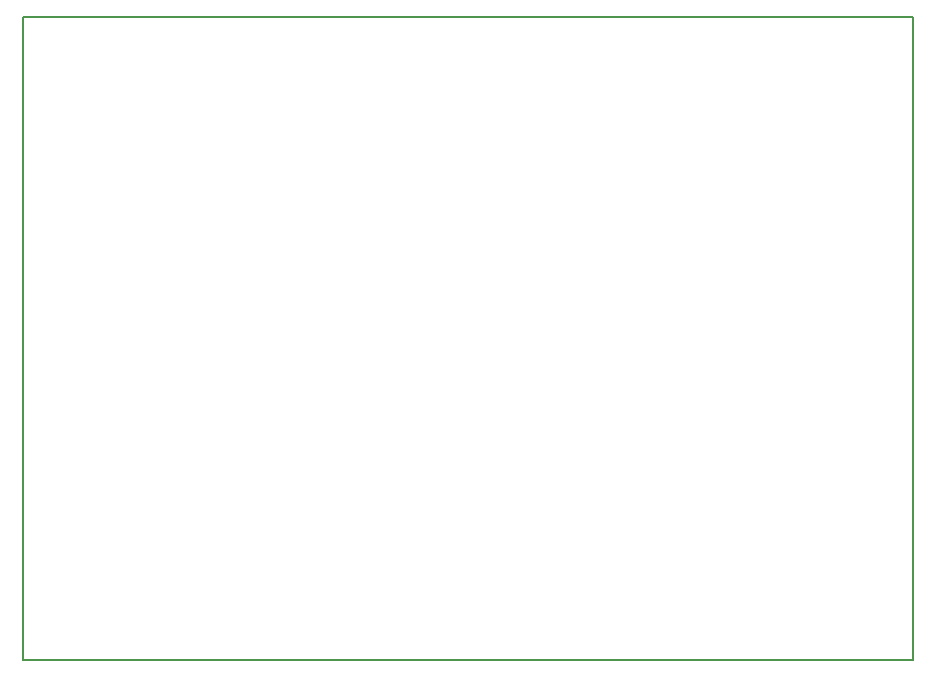
<source format=gbr>
%TF.GenerationSoftware,KiCad,Pcbnew,(6.0.4)*%
%TF.CreationDate,2022-07-19T00:25:02+02:00*%
%TF.ProjectId,Controller_Room,436f6e74-726f-46c6-9c65-725f526f6f6d,rev?*%
%TF.SameCoordinates,Original*%
%TF.FileFunction,Profile,NP*%
%FSLAX46Y46*%
G04 Gerber Fmt 4.6, Leading zero omitted, Abs format (unit mm)*
G04 Created by KiCad (PCBNEW (6.0.4)) date 2022-07-19 00:25:02*
%MOMM*%
%LPD*%
G01*
G04 APERTURE LIST*
%TA.AperFunction,Profile*%
%ADD10C,0.200000*%
%TD*%
G04 APERTURE END LIST*
D10*
X206075000Y-132300000D02*
X130775000Y-132300000D01*
X130775000Y-132300000D02*
X130775000Y-77925000D01*
X130775000Y-77925000D02*
X206075000Y-77925000D01*
X206075000Y-77925000D02*
X206075000Y-132300000D01*
M02*

</source>
